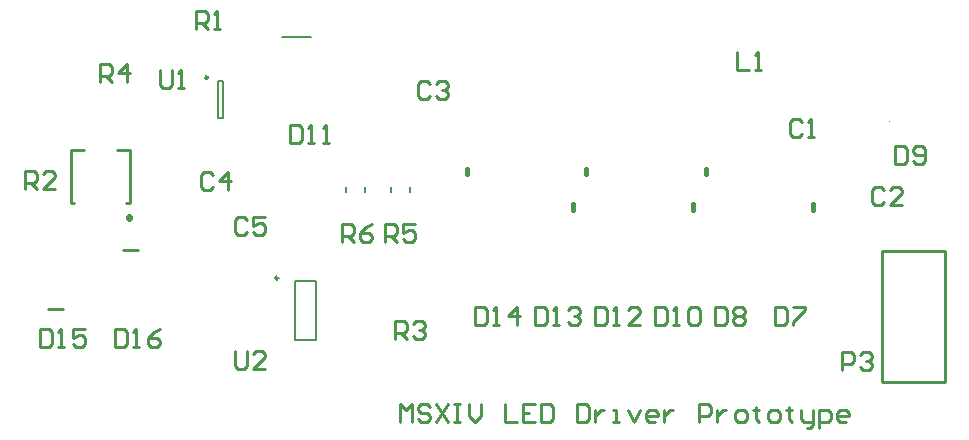
<source format=gto>
G04*
G04 #@! TF.GenerationSoftware,Altium Limited,Altium Designer,19.1.7 (138)*
G04*
G04 Layer_Color=65535*
%FSLAX25Y25*%
%MOIN*%
G70*
G01*
G75*
%ADD10C,0.00984*%
%ADD11C,0.01000*%
%ADD12C,0.00394*%
%ADD13C,0.00787*%
%ADD14C,0.01575*%
D10*
X66073Y119785D02*
G03*
X66073Y119785I-492J0D01*
G01*
X89573Y52965D02*
G03*
X89573Y52965I-492J0D01*
G01*
D11*
X40763Y72994D02*
G03*
X40763Y72994I-812J0D01*
G01*
X311831Y18387D02*
Y33465D01*
X290965Y18387D02*
X311831D01*
X290965Y61987D02*
X311831D01*
X290965Y18387D02*
Y61987D01*
X311831Y29528D02*
Y61987D01*
X20463Y77915D02*
X21447D01*
X38967D02*
X40148D01*
X20463Y95631D02*
X24794D01*
X35817D02*
X40148D01*
X20463Y77915D02*
Y95631D01*
X40148Y77915D02*
Y95631D01*
X37944Y62442D02*
X42668D01*
X12943Y42758D02*
X17667D01*
X130000Y5000D02*
Y10998D01*
X131999Y8999D01*
X133999Y10998D01*
Y5000D01*
X139997Y9998D02*
X138997Y10998D01*
X136998D01*
X135998Y9998D01*
Y8999D01*
X136998Y7999D01*
X138997D01*
X139997Y6999D01*
Y6000D01*
X138997Y5000D01*
X136998D01*
X135998Y6000D01*
X141996Y10998D02*
X145995Y5000D01*
Y10998D02*
X141996Y5000D01*
X147994Y10998D02*
X149994D01*
X148994D01*
Y5000D01*
X147994D01*
X149994D01*
X152993Y10998D02*
Y6999D01*
X154992Y5000D01*
X156991Y6999D01*
Y10998D01*
X164989D02*
Y5000D01*
X168987D01*
X174985Y10998D02*
X170987D01*
Y5000D01*
X174985D01*
X170987Y7999D02*
X172986D01*
X176985Y10998D02*
Y5000D01*
X179984D01*
X180983Y6000D01*
Y9998D01*
X179984Y10998D01*
X176985D01*
X188981D02*
Y5000D01*
X191980D01*
X192980Y6000D01*
Y9998D01*
X191980Y10998D01*
X188981D01*
X194979Y8999D02*
Y5000D01*
Y6999D01*
X195979Y7999D01*
X196978Y8999D01*
X197978D01*
X200977Y5000D02*
X202976D01*
X201977D01*
Y8999D01*
X200977D01*
X205975D02*
X207975Y5000D01*
X209974Y8999D01*
X214972Y5000D02*
X212973D01*
X211974Y6000D01*
Y7999D01*
X212973Y8999D01*
X214972D01*
X215972Y7999D01*
Y6999D01*
X211974D01*
X217971Y8999D02*
Y5000D01*
Y6999D01*
X218971Y7999D01*
X219971Y8999D01*
X220971D01*
X229968Y5000D02*
Y10998D01*
X232967D01*
X233966Y9998D01*
Y7999D01*
X232967Y6999D01*
X229968D01*
X235966Y8999D02*
Y5000D01*
Y6999D01*
X236965Y7999D01*
X237965Y8999D01*
X238965D01*
X242964Y5000D02*
X244963D01*
X245963Y6000D01*
Y7999D01*
X244963Y8999D01*
X242964D01*
X241964Y7999D01*
Y6000D01*
X242964Y5000D01*
X248961Y9998D02*
Y8999D01*
X247962D01*
X249961D01*
X248961D01*
Y6000D01*
X249961Y5000D01*
X253960D02*
X255959D01*
X256959Y6000D01*
Y7999D01*
X255959Y8999D01*
X253960D01*
X252960Y7999D01*
Y6000D01*
X253960Y5000D01*
X259958Y9998D02*
Y8999D01*
X258958D01*
X260958D01*
X259958D01*
Y6000D01*
X260958Y5000D01*
X263957Y8999D02*
Y6000D01*
X264956Y5000D01*
X267955D01*
Y4000D01*
X266956Y3001D01*
X265956D01*
X267955Y5000D02*
Y8999D01*
X269955Y3001D02*
Y8999D01*
X272954D01*
X273953Y7999D01*
Y6000D01*
X272954Y5000D01*
X269955D01*
X278952D02*
X276953D01*
X275953Y6000D01*
Y7999D01*
X276953Y8999D01*
X278952D01*
X279952Y7999D01*
Y6999D01*
X275953D01*
X75000Y28755D02*
Y23757D01*
X76000Y22757D01*
X77999D01*
X78999Y23757D01*
Y28755D01*
X84997Y22757D02*
X80998D01*
X84997Y26756D01*
Y27755D01*
X83997Y28755D01*
X81998D01*
X80998Y27755D01*
X50000Y122338D02*
Y117340D01*
X51000Y116340D01*
X52999D01*
X53999Y117340D01*
Y122338D01*
X55998Y116340D02*
X57997D01*
X56998D01*
Y122338D01*
X55998Y121338D01*
X110759Y65000D02*
Y70998D01*
X113758D01*
X114758Y69998D01*
Y67999D01*
X113758Y66999D01*
X110759D01*
X112758D02*
X114758Y65000D01*
X120756Y70998D02*
X118756Y69998D01*
X116757Y67999D01*
Y66000D01*
X117757Y65000D01*
X119756D01*
X120756Y66000D01*
Y66999D01*
X119756Y67999D01*
X116757D01*
X125000Y65000D02*
Y70998D01*
X127999D01*
X128999Y69998D01*
Y67999D01*
X127999Y66999D01*
X125000D01*
X126999D02*
X128999Y65000D01*
X134997Y70998D02*
X130998D01*
Y67999D01*
X132997Y68999D01*
X133997D01*
X134997Y67999D01*
Y66000D01*
X133997Y65000D01*
X131998D01*
X130998Y66000D01*
X29983Y118450D02*
Y124448D01*
X32982D01*
X33982Y123448D01*
Y121449D01*
X32982Y120449D01*
X29983D01*
X31982D02*
X33982Y118450D01*
X38980D02*
Y124448D01*
X35981Y121449D01*
X39980D01*
X128421Y32781D02*
Y38779D01*
X131420D01*
X132420Y37779D01*
Y35780D01*
X131420Y34780D01*
X128421D01*
X130421D02*
X132420Y32781D01*
X134419Y37779D02*
X135419Y38779D01*
X137418D01*
X138418Y37779D01*
Y36780D01*
X137418Y35780D01*
X136419D01*
X137418D01*
X138418Y34780D01*
Y33781D01*
X137418Y32781D01*
X135419D01*
X134419Y33781D01*
X5000Y82600D02*
Y88598D01*
X7999D01*
X8999Y87598D01*
Y85599D01*
X7999Y84599D01*
X5000D01*
X6999D02*
X8999Y82600D01*
X14997D02*
X10998D01*
X14997Y86599D01*
Y87598D01*
X13997Y88598D01*
X11998D01*
X10998Y87598D01*
X62119Y135900D02*
Y141898D01*
X65118D01*
X66118Y140898D01*
Y138899D01*
X65118Y137899D01*
X62119D01*
X64118D02*
X66118Y135900D01*
X68117D02*
X70116D01*
X69117D01*
Y141898D01*
X68117Y140898D01*
X277500Y22500D02*
Y28498D01*
X280499D01*
X281499Y27498D01*
Y25499D01*
X280499Y24499D01*
X277500D01*
X283498Y27498D02*
X284498Y28498D01*
X286497D01*
X287497Y27498D01*
Y26499D01*
X286497Y25499D01*
X285497D01*
X286497D01*
X287497Y24499D01*
Y23500D01*
X286497Y22500D01*
X284498D01*
X283498Y23500D01*
X242500Y128498D02*
Y122500D01*
X246499D01*
X248498D02*
X250497D01*
X249498D01*
Y128498D01*
X248498Y127498D01*
X35000Y35998D02*
Y30000D01*
X37999D01*
X38999Y31000D01*
Y34998D01*
X37999Y35998D01*
X35000D01*
X40998Y30000D02*
X42997D01*
X41998D01*
Y35998D01*
X40998Y34998D01*
X49995Y35998D02*
X47996Y34998D01*
X45996Y32999D01*
Y31000D01*
X46996Y30000D01*
X48996D01*
X49995Y31000D01*
Y31999D01*
X48996Y32999D01*
X45996D01*
X10000Y35998D02*
Y30000D01*
X12999D01*
X13999Y31000D01*
Y34998D01*
X12999Y35998D01*
X10000D01*
X15998Y30000D02*
X17997D01*
X16998D01*
Y35998D01*
X15998Y34998D01*
X24995Y35998D02*
X20996D01*
Y32999D01*
X22996Y33999D01*
X23995D01*
X24995Y32999D01*
Y31000D01*
X23995Y30000D01*
X21996D01*
X20996Y31000D01*
X155000Y43498D02*
Y37500D01*
X157999D01*
X158999Y38500D01*
Y42498D01*
X157999Y43498D01*
X155000D01*
X160998Y37500D02*
X162997D01*
X161998D01*
Y43498D01*
X160998Y42498D01*
X168995Y37500D02*
Y43498D01*
X165996Y40499D01*
X169995D01*
X175000Y43498D02*
Y37500D01*
X177999D01*
X178999Y38500D01*
Y42498D01*
X177999Y43498D01*
X175000D01*
X180998Y37500D02*
X182997D01*
X181998D01*
Y43498D01*
X180998Y42498D01*
X185996D02*
X186996Y43498D01*
X188996D01*
X189995Y42498D01*
Y41499D01*
X188996Y40499D01*
X187996D01*
X188996D01*
X189995Y39499D01*
Y38500D01*
X188996Y37500D01*
X186996D01*
X185996Y38500D01*
X195000Y43498D02*
Y37500D01*
X197999D01*
X198999Y38500D01*
Y42498D01*
X197999Y43498D01*
X195000D01*
X200998Y37500D02*
X202997D01*
X201998D01*
Y43498D01*
X200998Y42498D01*
X209995Y37500D02*
X205996D01*
X209995Y41499D01*
Y42498D01*
X208996Y43498D01*
X206996D01*
X205996Y42498D01*
X93622Y103901D02*
Y97903D01*
X96621D01*
X97621Y98903D01*
Y102901D01*
X96621Y103901D01*
X93622D01*
X99620Y97903D02*
X101620D01*
X100620D01*
Y103901D01*
X99620Y102901D01*
X104619Y97903D02*
X106618D01*
X105618D01*
Y103901D01*
X104619Y102901D01*
X215000Y43498D02*
Y37500D01*
X217999D01*
X218999Y38500D01*
Y42498D01*
X217999Y43498D01*
X215000D01*
X220998Y37500D02*
X222997D01*
X221998D01*
Y43498D01*
X220998Y42498D01*
X225996D02*
X226996Y43498D01*
X228995D01*
X229995Y42498D01*
Y38500D01*
X228995Y37500D01*
X226996D01*
X225996Y38500D01*
Y42498D01*
X295000Y97061D02*
Y91063D01*
X297999D01*
X298999Y92063D01*
Y96061D01*
X297999Y97061D01*
X295000D01*
X300998Y92063D02*
X301998Y91063D01*
X303997D01*
X304997Y92063D01*
Y96061D01*
X303997Y97061D01*
X301998D01*
X300998Y96061D01*
Y95062D01*
X301998Y94062D01*
X304997D01*
X235000Y43498D02*
Y37500D01*
X237999D01*
X238999Y38500D01*
Y42498D01*
X237999Y43498D01*
X235000D01*
X240998Y42498D02*
X241998Y43498D01*
X243997D01*
X244997Y42498D01*
Y41499D01*
X243997Y40499D01*
X244997Y39499D01*
Y38500D01*
X243997Y37500D01*
X241998D01*
X240998Y38500D01*
Y39499D01*
X241998Y40499D01*
X240998Y41499D01*
Y42498D01*
X241998Y40499D02*
X243997D01*
X255000Y43498D02*
Y37500D01*
X257999D01*
X258999Y38500D01*
Y42498D01*
X257999Y43498D01*
X255000D01*
X260998D02*
X264997D01*
Y42498D01*
X260998Y38500D01*
Y37500D01*
X78999Y72498D02*
X77999Y73498D01*
X76000D01*
X75000Y72498D01*
Y68500D01*
X76000Y67500D01*
X77999D01*
X78999Y68500D01*
X84997Y73498D02*
X80998D01*
Y70499D01*
X82997Y71499D01*
X83997D01*
X84997Y70499D01*
Y68500D01*
X83997Y67500D01*
X81998D01*
X80998Y68500D01*
X67914Y87498D02*
X66915Y88498D01*
X64915D01*
X63916Y87498D01*
Y83500D01*
X64915Y82500D01*
X66915D01*
X67914Y83500D01*
X72913Y82500D02*
Y88498D01*
X69914Y85499D01*
X73913D01*
X140207Y117598D02*
X139207Y118598D01*
X137208D01*
X136208Y117598D01*
Y113600D01*
X137208Y112600D01*
X139207D01*
X140207Y113600D01*
X142206Y117598D02*
X143206Y118598D01*
X145205D01*
X146205Y117598D01*
Y116599D01*
X145205Y115599D01*
X144206D01*
X145205D01*
X146205Y114599D01*
Y113600D01*
X145205Y112600D01*
X143206D01*
X142206Y113600D01*
X291499Y82382D02*
X290499Y83381D01*
X288500D01*
X287500Y82382D01*
Y78383D01*
X288500Y77384D01*
X290499D01*
X291499Y78383D01*
X297497Y77384D02*
X293498D01*
X297497Y81382D01*
Y82382D01*
X296497Y83381D01*
X294498D01*
X293498Y82382D01*
X263999Y104998D02*
X262999Y105998D01*
X261000D01*
X260000Y104998D01*
Y101000D01*
X261000Y100000D01*
X262999D01*
X263999Y101000D01*
X265998Y100000D02*
X267997D01*
X266998D01*
Y105998D01*
X265998Y104998D01*
D12*
X293386Y105276D02*
G03*
X293386Y105276I-197J0D01*
G01*
D13*
X112057Y81813D02*
Y83387D01*
X118553Y81813D02*
Y83387D01*
X127058Y81596D02*
Y83171D01*
X133554Y81596D02*
Y83171D01*
X90671Y133466D02*
X100371D01*
X69321Y118702D02*
X71290D01*
X69321Y106498D02*
X71290D01*
X69321D02*
Y118702D01*
X71290Y106498D02*
Y118702D01*
X94986Y32276D02*
Y51961D01*
X102073Y32276D02*
Y51961D01*
X94986D02*
X102073D01*
X94986Y32276D02*
X102073D01*
D14*
X152431Y87619D02*
Y89490D01*
X187874Y75710D02*
Y77581D01*
X192126Y87619D02*
Y89490D01*
X227874Y75710D02*
Y77581D01*
X232126Y87619D02*
Y89490D01*
X267874Y75710D02*
Y77581D01*
M02*

</source>
